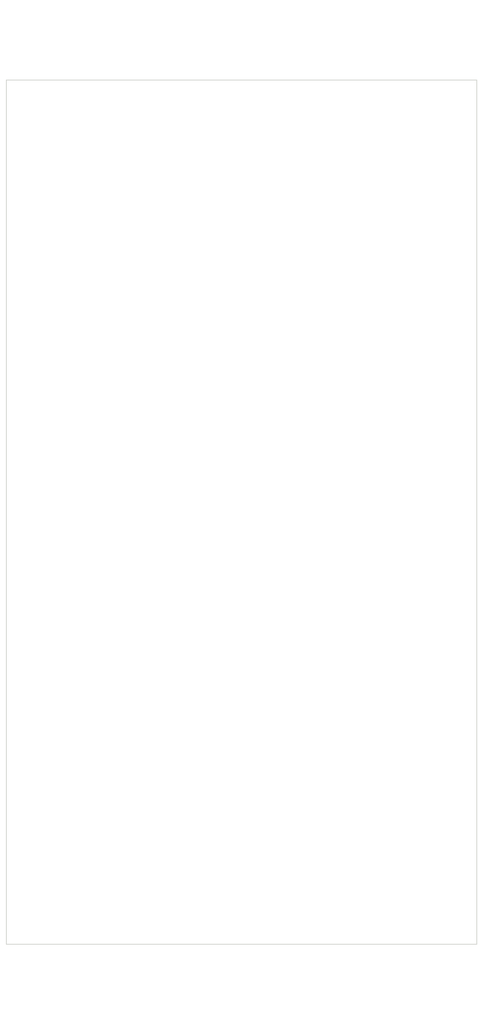
<source format=kicad_pcb>
(kicad_pcb (version 20211014) (generator pcbnew)

  (general
    (thickness 1.6)
  )

  (paper "A4")
  (layers
    (0 "F.Cu" signal)
    (31 "B.Cu" signal)
    (32 "B.Adhes" user "B.Adhesive")
    (33 "F.Adhes" user "F.Adhesive")
    (34 "B.Paste" user)
    (35 "F.Paste" user)
    (36 "B.SilkS" user "B.Silkscreen")
    (37 "F.SilkS" user "F.Silkscreen")
    (38 "B.Mask" user)
    (39 "F.Mask" user)
    (40 "Dwgs.User" user "User.Drawings")
    (41 "Cmts.User" user "User.Comments")
    (42 "Eco1.User" user "User.Eco1")
    (43 "Eco2.User" user "User.Eco2")
    (44 "Edge.Cuts" user)
    (45 "Margin" user)
    (46 "B.CrtYd" user "B.Courtyard")
    (47 "F.CrtYd" user "F.Courtyard")
    (48 "B.Fab" user)
    (49 "F.Fab" user)
    (50 "User.1" user)
    (51 "User.2" user)
    (52 "User.3" user)
    (53 "User.4" user)
    (54 "User.5" user)
    (55 "User.6" user)
    (56 "User.7" user)
    (57 "User.8" user)
    (58 "User.9" user)
  )

  (setup
    (pad_to_mask_clearance 0)
    (pcbplotparams
      (layerselection 0x00010fc_ffffffff)
      (disableapertmacros false)
      (usegerberextensions false)
      (usegerberattributes true)
      (usegerberadvancedattributes true)
      (creategerberjobfile true)
      (svguseinch false)
      (svgprecision 6)
      (excludeedgelayer true)
      (plotframeref false)
      (viasonmask false)
      (mode 1)
      (useauxorigin false)
      (hpglpennumber 1)
      (hpglpenspeed 20)
      (hpglpendiameter 15.000000)
      (dxfpolygonmode true)
      (dxfimperialunits true)
      (dxfusepcbnewfont true)
      (psnegative false)
      (psa4output false)
      (plotreference true)
      (plotvalue true)
      (plotinvisibletext false)
      (sketchpadsonfab false)
      (subtractmaskfromsilk false)
      (outputformat 1)
      (mirror false)
      (drillshape 1)
      (scaleselection 1)
      (outputdirectory "")
    )
  )

  (net 0 "")

  (gr_line (start 0.75 10) (end 0.75 118.5) (layer "Edge.Cuts") (width 0.1) (tstamp 1a09a7cb-78f5-4989-9bdf-8b4c4a8beb1d))
  (gr_line (start 59.85 118.5) (end 59.85 10) (layer "Edge.Cuts") (width 0.1) (tstamp 2aef071e-f380-49c0-b1ba-860b2a4bd684))
  (gr_line (start 0.75 118.5) (end 59.85 118.5) (layer "Edge.Cuts") (width 0.1) (tstamp 347e4106-0ad8-4579-9925-c65107fafee2))
  (gr_line (start 0.75 10) (end 59.85 10) (layer "Edge.Cuts") (width 0.1) (tstamp c8cb28f7-4e0d-49a3-8b9b-fcff4adac1d4))
  (gr_line (start 60.6 0) (end 60.6 128.5) (layer "User.1") (width 0.1) (tstamp 14be568d-2e52-4aed-b81b-dddc75cbdd07))
  (gr_line (start 0 128.5) (end 0 0) (layer "User.1") (width 0.1) (tstamp 159574a9-ecec-48bb-adb0-3dc9e65d4e79))
  (gr_line (start 0 0) (end 60.6 0) (layer "User.1") (width 0.1) (tstamp 7a879184-fad8-4feb-afb5-86fe8d34f1f7))
  (gr_line (start 60.6 128.5) (end 0 128.5) (layer "User.1") (width 0.1) (tstamp bc3f6e1f-c81e-4889-865a-0e223a5a22e2))

)

</source>
